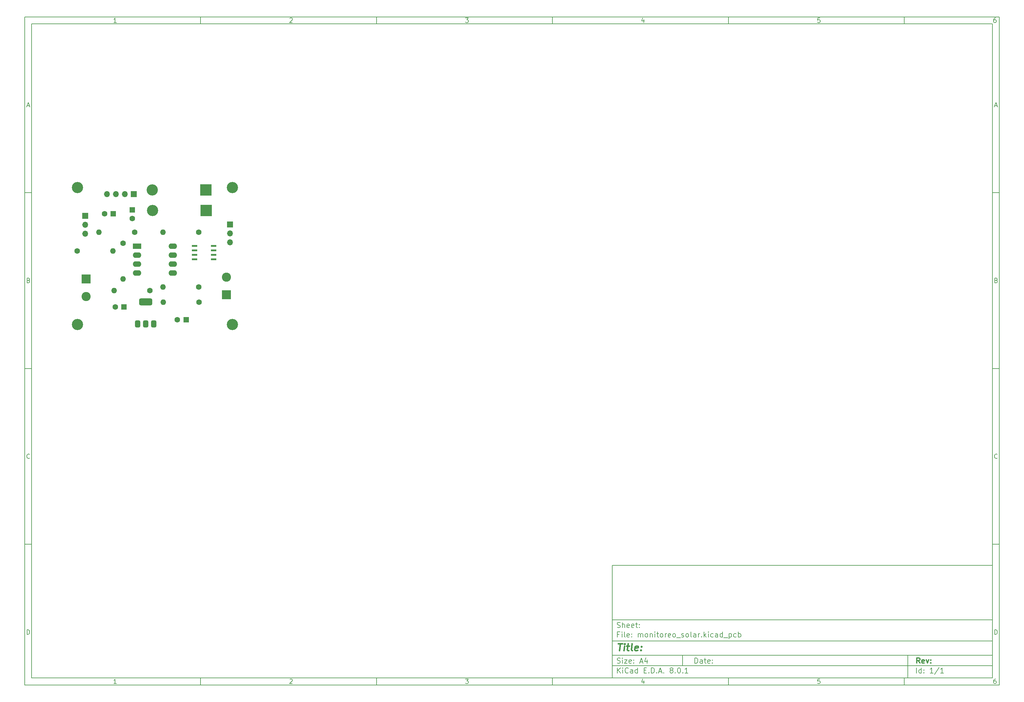
<source format=gbr>
%TF.GenerationSoftware,KiCad,Pcbnew,8.0.1*%
%TF.CreationDate,2024-08-29T21:22:59-03:00*%
%TF.ProjectId,monitoreo_solar,6d6f6e69-746f-4726-956f-5f736f6c6172,rev?*%
%TF.SameCoordinates,Original*%
%TF.FileFunction,Soldermask,Bot*%
%TF.FilePolarity,Negative*%
%FSLAX46Y46*%
G04 Gerber Fmt 4.6, Leading zero omitted, Abs format (unit mm)*
G04 Created by KiCad (PCBNEW 8.0.1) date 2024-08-29 21:22:59*
%MOMM*%
%LPD*%
G01*
G04 APERTURE LIST*
G04 Aperture macros list*
%AMRoundRect*
0 Rectangle with rounded corners*
0 $1 Rounding radius*
0 $2 $3 $4 $5 $6 $7 $8 $9 X,Y pos of 4 corners*
0 Add a 4 corners polygon primitive as box body*
4,1,4,$2,$3,$4,$5,$6,$7,$8,$9,$2,$3,0*
0 Add four circle primitives for the rounded corners*
1,1,$1+$1,$2,$3*
1,1,$1+$1,$4,$5*
1,1,$1+$1,$6,$7*
1,1,$1+$1,$8,$9*
0 Add four rect primitives between the rounded corners*
20,1,$1+$1,$2,$3,$4,$5,0*
20,1,$1+$1,$4,$5,$6,$7,0*
20,1,$1+$1,$6,$7,$8,$9,0*
20,1,$1+$1,$8,$9,$2,$3,0*%
G04 Aperture macros list end*
%ADD10C,0.100000*%
%ADD11C,0.150000*%
%ADD12C,0.300000*%
%ADD13C,0.400000*%
%ADD14R,3.200000X3.200000*%
%ADD15O,3.200000X3.200000*%
%ADD16R,1.600000X1.600000*%
%ADD17C,1.600000*%
%ADD18R,1.700000X1.700000*%
%ADD19O,1.700000X1.700000*%
%ADD20O,1.600000X1.600000*%
%ADD21R,2.600000X2.600000*%
%ADD22C,2.600000*%
%ADD23C,3.200000*%
%ADD24R,2.400000X1.600000*%
%ADD25O,2.400000X1.600000*%
%ADD26R,1.498600X0.558800*%
%ADD27RoundRect,0.375000X0.375000X-0.625000X0.375000X0.625000X-0.375000X0.625000X-0.375000X-0.625000X0*%
%ADD28RoundRect,0.500000X1.400000X-0.500000X1.400000X0.500000X-1.400000X0.500000X-1.400000X-0.500000X0*%
G04 APERTURE END LIST*
D10*
D11*
X177002200Y-166007200D02*
X285002200Y-166007200D01*
X285002200Y-198007200D01*
X177002200Y-198007200D01*
X177002200Y-166007200D01*
D10*
D11*
X10000000Y-10000000D02*
X287002200Y-10000000D01*
X287002200Y-200007200D01*
X10000000Y-200007200D01*
X10000000Y-10000000D01*
D10*
D11*
X12000000Y-12000000D02*
X285002200Y-12000000D01*
X285002200Y-198007200D01*
X12000000Y-198007200D01*
X12000000Y-12000000D01*
D10*
D11*
X60000000Y-12000000D02*
X60000000Y-10000000D01*
D10*
D11*
X110000000Y-12000000D02*
X110000000Y-10000000D01*
D10*
D11*
X160000000Y-12000000D02*
X160000000Y-10000000D01*
D10*
D11*
X210000000Y-12000000D02*
X210000000Y-10000000D01*
D10*
D11*
X260000000Y-12000000D02*
X260000000Y-10000000D01*
D10*
D11*
X36089160Y-11593604D02*
X35346303Y-11593604D01*
X35717731Y-11593604D02*
X35717731Y-10293604D01*
X35717731Y-10293604D02*
X35593922Y-10479319D01*
X35593922Y-10479319D02*
X35470112Y-10603128D01*
X35470112Y-10603128D02*
X35346303Y-10665033D01*
D10*
D11*
X85346303Y-10417414D02*
X85408207Y-10355509D01*
X85408207Y-10355509D02*
X85532017Y-10293604D01*
X85532017Y-10293604D02*
X85841541Y-10293604D01*
X85841541Y-10293604D02*
X85965350Y-10355509D01*
X85965350Y-10355509D02*
X86027255Y-10417414D01*
X86027255Y-10417414D02*
X86089160Y-10541223D01*
X86089160Y-10541223D02*
X86089160Y-10665033D01*
X86089160Y-10665033D02*
X86027255Y-10850747D01*
X86027255Y-10850747D02*
X85284398Y-11593604D01*
X85284398Y-11593604D02*
X86089160Y-11593604D01*
D10*
D11*
X135284398Y-10293604D02*
X136089160Y-10293604D01*
X136089160Y-10293604D02*
X135655826Y-10788842D01*
X135655826Y-10788842D02*
X135841541Y-10788842D01*
X135841541Y-10788842D02*
X135965350Y-10850747D01*
X135965350Y-10850747D02*
X136027255Y-10912652D01*
X136027255Y-10912652D02*
X136089160Y-11036461D01*
X136089160Y-11036461D02*
X136089160Y-11345985D01*
X136089160Y-11345985D02*
X136027255Y-11469795D01*
X136027255Y-11469795D02*
X135965350Y-11531700D01*
X135965350Y-11531700D02*
X135841541Y-11593604D01*
X135841541Y-11593604D02*
X135470112Y-11593604D01*
X135470112Y-11593604D02*
X135346303Y-11531700D01*
X135346303Y-11531700D02*
X135284398Y-11469795D01*
D10*
D11*
X185965350Y-10726938D02*
X185965350Y-11593604D01*
X185655826Y-10231700D02*
X185346303Y-11160271D01*
X185346303Y-11160271D02*
X186151064Y-11160271D01*
D10*
D11*
X236027255Y-10293604D02*
X235408207Y-10293604D01*
X235408207Y-10293604D02*
X235346303Y-10912652D01*
X235346303Y-10912652D02*
X235408207Y-10850747D01*
X235408207Y-10850747D02*
X235532017Y-10788842D01*
X235532017Y-10788842D02*
X235841541Y-10788842D01*
X235841541Y-10788842D02*
X235965350Y-10850747D01*
X235965350Y-10850747D02*
X236027255Y-10912652D01*
X236027255Y-10912652D02*
X236089160Y-11036461D01*
X236089160Y-11036461D02*
X236089160Y-11345985D01*
X236089160Y-11345985D02*
X236027255Y-11469795D01*
X236027255Y-11469795D02*
X235965350Y-11531700D01*
X235965350Y-11531700D02*
X235841541Y-11593604D01*
X235841541Y-11593604D02*
X235532017Y-11593604D01*
X235532017Y-11593604D02*
X235408207Y-11531700D01*
X235408207Y-11531700D02*
X235346303Y-11469795D01*
D10*
D11*
X285965350Y-10293604D02*
X285717731Y-10293604D01*
X285717731Y-10293604D02*
X285593922Y-10355509D01*
X285593922Y-10355509D02*
X285532017Y-10417414D01*
X285532017Y-10417414D02*
X285408207Y-10603128D01*
X285408207Y-10603128D02*
X285346303Y-10850747D01*
X285346303Y-10850747D02*
X285346303Y-11345985D01*
X285346303Y-11345985D02*
X285408207Y-11469795D01*
X285408207Y-11469795D02*
X285470112Y-11531700D01*
X285470112Y-11531700D02*
X285593922Y-11593604D01*
X285593922Y-11593604D02*
X285841541Y-11593604D01*
X285841541Y-11593604D02*
X285965350Y-11531700D01*
X285965350Y-11531700D02*
X286027255Y-11469795D01*
X286027255Y-11469795D02*
X286089160Y-11345985D01*
X286089160Y-11345985D02*
X286089160Y-11036461D01*
X286089160Y-11036461D02*
X286027255Y-10912652D01*
X286027255Y-10912652D02*
X285965350Y-10850747D01*
X285965350Y-10850747D02*
X285841541Y-10788842D01*
X285841541Y-10788842D02*
X285593922Y-10788842D01*
X285593922Y-10788842D02*
X285470112Y-10850747D01*
X285470112Y-10850747D02*
X285408207Y-10912652D01*
X285408207Y-10912652D02*
X285346303Y-11036461D01*
D10*
D11*
X60000000Y-198007200D02*
X60000000Y-200007200D01*
D10*
D11*
X110000000Y-198007200D02*
X110000000Y-200007200D01*
D10*
D11*
X160000000Y-198007200D02*
X160000000Y-200007200D01*
D10*
D11*
X210000000Y-198007200D02*
X210000000Y-200007200D01*
D10*
D11*
X260000000Y-198007200D02*
X260000000Y-200007200D01*
D10*
D11*
X36089160Y-199600804D02*
X35346303Y-199600804D01*
X35717731Y-199600804D02*
X35717731Y-198300804D01*
X35717731Y-198300804D02*
X35593922Y-198486519D01*
X35593922Y-198486519D02*
X35470112Y-198610328D01*
X35470112Y-198610328D02*
X35346303Y-198672233D01*
D10*
D11*
X85346303Y-198424614D02*
X85408207Y-198362709D01*
X85408207Y-198362709D02*
X85532017Y-198300804D01*
X85532017Y-198300804D02*
X85841541Y-198300804D01*
X85841541Y-198300804D02*
X85965350Y-198362709D01*
X85965350Y-198362709D02*
X86027255Y-198424614D01*
X86027255Y-198424614D02*
X86089160Y-198548423D01*
X86089160Y-198548423D02*
X86089160Y-198672233D01*
X86089160Y-198672233D02*
X86027255Y-198857947D01*
X86027255Y-198857947D02*
X85284398Y-199600804D01*
X85284398Y-199600804D02*
X86089160Y-199600804D01*
D10*
D11*
X135284398Y-198300804D02*
X136089160Y-198300804D01*
X136089160Y-198300804D02*
X135655826Y-198796042D01*
X135655826Y-198796042D02*
X135841541Y-198796042D01*
X135841541Y-198796042D02*
X135965350Y-198857947D01*
X135965350Y-198857947D02*
X136027255Y-198919852D01*
X136027255Y-198919852D02*
X136089160Y-199043661D01*
X136089160Y-199043661D02*
X136089160Y-199353185D01*
X136089160Y-199353185D02*
X136027255Y-199476995D01*
X136027255Y-199476995D02*
X135965350Y-199538900D01*
X135965350Y-199538900D02*
X135841541Y-199600804D01*
X135841541Y-199600804D02*
X135470112Y-199600804D01*
X135470112Y-199600804D02*
X135346303Y-199538900D01*
X135346303Y-199538900D02*
X135284398Y-199476995D01*
D10*
D11*
X185965350Y-198734138D02*
X185965350Y-199600804D01*
X185655826Y-198238900D02*
X185346303Y-199167471D01*
X185346303Y-199167471D02*
X186151064Y-199167471D01*
D10*
D11*
X236027255Y-198300804D02*
X235408207Y-198300804D01*
X235408207Y-198300804D02*
X235346303Y-198919852D01*
X235346303Y-198919852D02*
X235408207Y-198857947D01*
X235408207Y-198857947D02*
X235532017Y-198796042D01*
X235532017Y-198796042D02*
X235841541Y-198796042D01*
X235841541Y-198796042D02*
X235965350Y-198857947D01*
X235965350Y-198857947D02*
X236027255Y-198919852D01*
X236027255Y-198919852D02*
X236089160Y-199043661D01*
X236089160Y-199043661D02*
X236089160Y-199353185D01*
X236089160Y-199353185D02*
X236027255Y-199476995D01*
X236027255Y-199476995D02*
X235965350Y-199538900D01*
X235965350Y-199538900D02*
X235841541Y-199600804D01*
X235841541Y-199600804D02*
X235532017Y-199600804D01*
X235532017Y-199600804D02*
X235408207Y-199538900D01*
X235408207Y-199538900D02*
X235346303Y-199476995D01*
D10*
D11*
X285965350Y-198300804D02*
X285717731Y-198300804D01*
X285717731Y-198300804D02*
X285593922Y-198362709D01*
X285593922Y-198362709D02*
X285532017Y-198424614D01*
X285532017Y-198424614D02*
X285408207Y-198610328D01*
X285408207Y-198610328D02*
X285346303Y-198857947D01*
X285346303Y-198857947D02*
X285346303Y-199353185D01*
X285346303Y-199353185D02*
X285408207Y-199476995D01*
X285408207Y-199476995D02*
X285470112Y-199538900D01*
X285470112Y-199538900D02*
X285593922Y-199600804D01*
X285593922Y-199600804D02*
X285841541Y-199600804D01*
X285841541Y-199600804D02*
X285965350Y-199538900D01*
X285965350Y-199538900D02*
X286027255Y-199476995D01*
X286027255Y-199476995D02*
X286089160Y-199353185D01*
X286089160Y-199353185D02*
X286089160Y-199043661D01*
X286089160Y-199043661D02*
X286027255Y-198919852D01*
X286027255Y-198919852D02*
X285965350Y-198857947D01*
X285965350Y-198857947D02*
X285841541Y-198796042D01*
X285841541Y-198796042D02*
X285593922Y-198796042D01*
X285593922Y-198796042D02*
X285470112Y-198857947D01*
X285470112Y-198857947D02*
X285408207Y-198919852D01*
X285408207Y-198919852D02*
X285346303Y-199043661D01*
D10*
D11*
X10000000Y-60000000D02*
X12000000Y-60000000D01*
D10*
D11*
X10000000Y-110000000D02*
X12000000Y-110000000D01*
D10*
D11*
X10000000Y-160000000D02*
X12000000Y-160000000D01*
D10*
D11*
X10690476Y-35222176D02*
X11309523Y-35222176D01*
X10566666Y-35593604D02*
X10999999Y-34293604D01*
X10999999Y-34293604D02*
X11433333Y-35593604D01*
D10*
D11*
X11092857Y-84912652D02*
X11278571Y-84974557D01*
X11278571Y-84974557D02*
X11340476Y-85036461D01*
X11340476Y-85036461D02*
X11402380Y-85160271D01*
X11402380Y-85160271D02*
X11402380Y-85345985D01*
X11402380Y-85345985D02*
X11340476Y-85469795D01*
X11340476Y-85469795D02*
X11278571Y-85531700D01*
X11278571Y-85531700D02*
X11154761Y-85593604D01*
X11154761Y-85593604D02*
X10659523Y-85593604D01*
X10659523Y-85593604D02*
X10659523Y-84293604D01*
X10659523Y-84293604D02*
X11092857Y-84293604D01*
X11092857Y-84293604D02*
X11216666Y-84355509D01*
X11216666Y-84355509D02*
X11278571Y-84417414D01*
X11278571Y-84417414D02*
X11340476Y-84541223D01*
X11340476Y-84541223D02*
X11340476Y-84665033D01*
X11340476Y-84665033D02*
X11278571Y-84788842D01*
X11278571Y-84788842D02*
X11216666Y-84850747D01*
X11216666Y-84850747D02*
X11092857Y-84912652D01*
X11092857Y-84912652D02*
X10659523Y-84912652D01*
D10*
D11*
X11402380Y-135469795D02*
X11340476Y-135531700D01*
X11340476Y-135531700D02*
X11154761Y-135593604D01*
X11154761Y-135593604D02*
X11030952Y-135593604D01*
X11030952Y-135593604D02*
X10845238Y-135531700D01*
X10845238Y-135531700D02*
X10721428Y-135407890D01*
X10721428Y-135407890D02*
X10659523Y-135284080D01*
X10659523Y-135284080D02*
X10597619Y-135036461D01*
X10597619Y-135036461D02*
X10597619Y-134850747D01*
X10597619Y-134850747D02*
X10659523Y-134603128D01*
X10659523Y-134603128D02*
X10721428Y-134479319D01*
X10721428Y-134479319D02*
X10845238Y-134355509D01*
X10845238Y-134355509D02*
X11030952Y-134293604D01*
X11030952Y-134293604D02*
X11154761Y-134293604D01*
X11154761Y-134293604D02*
X11340476Y-134355509D01*
X11340476Y-134355509D02*
X11402380Y-134417414D01*
D10*
D11*
X10659523Y-185593604D02*
X10659523Y-184293604D01*
X10659523Y-184293604D02*
X10969047Y-184293604D01*
X10969047Y-184293604D02*
X11154761Y-184355509D01*
X11154761Y-184355509D02*
X11278571Y-184479319D01*
X11278571Y-184479319D02*
X11340476Y-184603128D01*
X11340476Y-184603128D02*
X11402380Y-184850747D01*
X11402380Y-184850747D02*
X11402380Y-185036461D01*
X11402380Y-185036461D02*
X11340476Y-185284080D01*
X11340476Y-185284080D02*
X11278571Y-185407890D01*
X11278571Y-185407890D02*
X11154761Y-185531700D01*
X11154761Y-185531700D02*
X10969047Y-185593604D01*
X10969047Y-185593604D02*
X10659523Y-185593604D01*
D10*
D11*
X287002200Y-60000000D02*
X285002200Y-60000000D01*
D10*
D11*
X287002200Y-110000000D02*
X285002200Y-110000000D01*
D10*
D11*
X287002200Y-160000000D02*
X285002200Y-160000000D01*
D10*
D11*
X285692676Y-35222176D02*
X286311723Y-35222176D01*
X285568866Y-35593604D02*
X286002199Y-34293604D01*
X286002199Y-34293604D02*
X286435533Y-35593604D01*
D10*
D11*
X286095057Y-84912652D02*
X286280771Y-84974557D01*
X286280771Y-84974557D02*
X286342676Y-85036461D01*
X286342676Y-85036461D02*
X286404580Y-85160271D01*
X286404580Y-85160271D02*
X286404580Y-85345985D01*
X286404580Y-85345985D02*
X286342676Y-85469795D01*
X286342676Y-85469795D02*
X286280771Y-85531700D01*
X286280771Y-85531700D02*
X286156961Y-85593604D01*
X286156961Y-85593604D02*
X285661723Y-85593604D01*
X285661723Y-85593604D02*
X285661723Y-84293604D01*
X285661723Y-84293604D02*
X286095057Y-84293604D01*
X286095057Y-84293604D02*
X286218866Y-84355509D01*
X286218866Y-84355509D02*
X286280771Y-84417414D01*
X286280771Y-84417414D02*
X286342676Y-84541223D01*
X286342676Y-84541223D02*
X286342676Y-84665033D01*
X286342676Y-84665033D02*
X286280771Y-84788842D01*
X286280771Y-84788842D02*
X286218866Y-84850747D01*
X286218866Y-84850747D02*
X286095057Y-84912652D01*
X286095057Y-84912652D02*
X285661723Y-84912652D01*
D10*
D11*
X286404580Y-135469795D02*
X286342676Y-135531700D01*
X286342676Y-135531700D02*
X286156961Y-135593604D01*
X286156961Y-135593604D02*
X286033152Y-135593604D01*
X286033152Y-135593604D02*
X285847438Y-135531700D01*
X285847438Y-135531700D02*
X285723628Y-135407890D01*
X285723628Y-135407890D02*
X285661723Y-135284080D01*
X285661723Y-135284080D02*
X285599819Y-135036461D01*
X285599819Y-135036461D02*
X285599819Y-134850747D01*
X285599819Y-134850747D02*
X285661723Y-134603128D01*
X285661723Y-134603128D02*
X285723628Y-134479319D01*
X285723628Y-134479319D02*
X285847438Y-134355509D01*
X285847438Y-134355509D02*
X286033152Y-134293604D01*
X286033152Y-134293604D02*
X286156961Y-134293604D01*
X286156961Y-134293604D02*
X286342676Y-134355509D01*
X286342676Y-134355509D02*
X286404580Y-134417414D01*
D10*
D11*
X285661723Y-185593604D02*
X285661723Y-184293604D01*
X285661723Y-184293604D02*
X285971247Y-184293604D01*
X285971247Y-184293604D02*
X286156961Y-184355509D01*
X286156961Y-184355509D02*
X286280771Y-184479319D01*
X286280771Y-184479319D02*
X286342676Y-184603128D01*
X286342676Y-184603128D02*
X286404580Y-184850747D01*
X286404580Y-184850747D02*
X286404580Y-185036461D01*
X286404580Y-185036461D02*
X286342676Y-185284080D01*
X286342676Y-185284080D02*
X286280771Y-185407890D01*
X286280771Y-185407890D02*
X286156961Y-185531700D01*
X286156961Y-185531700D02*
X285971247Y-185593604D01*
X285971247Y-185593604D02*
X285661723Y-185593604D01*
D10*
D11*
X200458026Y-193793328D02*
X200458026Y-192293328D01*
X200458026Y-192293328D02*
X200815169Y-192293328D01*
X200815169Y-192293328D02*
X201029455Y-192364757D01*
X201029455Y-192364757D02*
X201172312Y-192507614D01*
X201172312Y-192507614D02*
X201243741Y-192650471D01*
X201243741Y-192650471D02*
X201315169Y-192936185D01*
X201315169Y-192936185D02*
X201315169Y-193150471D01*
X201315169Y-193150471D02*
X201243741Y-193436185D01*
X201243741Y-193436185D02*
X201172312Y-193579042D01*
X201172312Y-193579042D02*
X201029455Y-193721900D01*
X201029455Y-193721900D02*
X200815169Y-193793328D01*
X200815169Y-193793328D02*
X200458026Y-193793328D01*
X202600884Y-193793328D02*
X202600884Y-193007614D01*
X202600884Y-193007614D02*
X202529455Y-192864757D01*
X202529455Y-192864757D02*
X202386598Y-192793328D01*
X202386598Y-192793328D02*
X202100884Y-192793328D01*
X202100884Y-192793328D02*
X201958026Y-192864757D01*
X202600884Y-193721900D02*
X202458026Y-193793328D01*
X202458026Y-193793328D02*
X202100884Y-193793328D01*
X202100884Y-193793328D02*
X201958026Y-193721900D01*
X201958026Y-193721900D02*
X201886598Y-193579042D01*
X201886598Y-193579042D02*
X201886598Y-193436185D01*
X201886598Y-193436185D02*
X201958026Y-193293328D01*
X201958026Y-193293328D02*
X202100884Y-193221900D01*
X202100884Y-193221900D02*
X202458026Y-193221900D01*
X202458026Y-193221900D02*
X202600884Y-193150471D01*
X203100884Y-192793328D02*
X203672312Y-192793328D01*
X203315169Y-192293328D02*
X203315169Y-193579042D01*
X203315169Y-193579042D02*
X203386598Y-193721900D01*
X203386598Y-193721900D02*
X203529455Y-193793328D01*
X203529455Y-193793328D02*
X203672312Y-193793328D01*
X204743741Y-193721900D02*
X204600884Y-193793328D01*
X204600884Y-193793328D02*
X204315170Y-193793328D01*
X204315170Y-193793328D02*
X204172312Y-193721900D01*
X204172312Y-193721900D02*
X204100884Y-193579042D01*
X204100884Y-193579042D02*
X204100884Y-193007614D01*
X204100884Y-193007614D02*
X204172312Y-192864757D01*
X204172312Y-192864757D02*
X204315170Y-192793328D01*
X204315170Y-192793328D02*
X204600884Y-192793328D01*
X204600884Y-192793328D02*
X204743741Y-192864757D01*
X204743741Y-192864757D02*
X204815170Y-193007614D01*
X204815170Y-193007614D02*
X204815170Y-193150471D01*
X204815170Y-193150471D02*
X204100884Y-193293328D01*
X205458026Y-193650471D02*
X205529455Y-193721900D01*
X205529455Y-193721900D02*
X205458026Y-193793328D01*
X205458026Y-193793328D02*
X205386598Y-193721900D01*
X205386598Y-193721900D02*
X205458026Y-193650471D01*
X205458026Y-193650471D02*
X205458026Y-193793328D01*
X205458026Y-192864757D02*
X205529455Y-192936185D01*
X205529455Y-192936185D02*
X205458026Y-193007614D01*
X205458026Y-193007614D02*
X205386598Y-192936185D01*
X205386598Y-192936185D02*
X205458026Y-192864757D01*
X205458026Y-192864757D02*
X205458026Y-193007614D01*
D10*
D11*
X177002200Y-194507200D02*
X285002200Y-194507200D01*
D10*
D11*
X178458026Y-196593328D02*
X178458026Y-195093328D01*
X179315169Y-196593328D02*
X178672312Y-195736185D01*
X179315169Y-195093328D02*
X178458026Y-195950471D01*
X179958026Y-196593328D02*
X179958026Y-195593328D01*
X179958026Y-195093328D02*
X179886598Y-195164757D01*
X179886598Y-195164757D02*
X179958026Y-195236185D01*
X179958026Y-195236185D02*
X180029455Y-195164757D01*
X180029455Y-195164757D02*
X179958026Y-195093328D01*
X179958026Y-195093328D02*
X179958026Y-195236185D01*
X181529455Y-196450471D02*
X181458027Y-196521900D01*
X181458027Y-196521900D02*
X181243741Y-196593328D01*
X181243741Y-196593328D02*
X181100884Y-196593328D01*
X181100884Y-196593328D02*
X180886598Y-196521900D01*
X180886598Y-196521900D02*
X180743741Y-196379042D01*
X180743741Y-196379042D02*
X180672312Y-196236185D01*
X180672312Y-196236185D02*
X180600884Y-195950471D01*
X180600884Y-195950471D02*
X180600884Y-195736185D01*
X180600884Y-195736185D02*
X180672312Y-195450471D01*
X180672312Y-195450471D02*
X180743741Y-195307614D01*
X180743741Y-195307614D02*
X180886598Y-195164757D01*
X180886598Y-195164757D02*
X181100884Y-195093328D01*
X181100884Y-195093328D02*
X181243741Y-195093328D01*
X181243741Y-195093328D02*
X181458027Y-195164757D01*
X181458027Y-195164757D02*
X181529455Y-195236185D01*
X182815170Y-196593328D02*
X182815170Y-195807614D01*
X182815170Y-195807614D02*
X182743741Y-195664757D01*
X182743741Y-195664757D02*
X182600884Y-195593328D01*
X182600884Y-195593328D02*
X182315170Y-195593328D01*
X182315170Y-195593328D02*
X182172312Y-195664757D01*
X182815170Y-196521900D02*
X182672312Y-196593328D01*
X182672312Y-196593328D02*
X182315170Y-196593328D01*
X182315170Y-196593328D02*
X182172312Y-196521900D01*
X182172312Y-196521900D02*
X182100884Y-196379042D01*
X182100884Y-196379042D02*
X182100884Y-196236185D01*
X182100884Y-196236185D02*
X182172312Y-196093328D01*
X182172312Y-196093328D02*
X182315170Y-196021900D01*
X182315170Y-196021900D02*
X182672312Y-196021900D01*
X182672312Y-196021900D02*
X182815170Y-195950471D01*
X184172313Y-196593328D02*
X184172313Y-195093328D01*
X184172313Y-196521900D02*
X184029455Y-196593328D01*
X184029455Y-196593328D02*
X183743741Y-196593328D01*
X183743741Y-196593328D02*
X183600884Y-196521900D01*
X183600884Y-196521900D02*
X183529455Y-196450471D01*
X183529455Y-196450471D02*
X183458027Y-196307614D01*
X183458027Y-196307614D02*
X183458027Y-195879042D01*
X183458027Y-195879042D02*
X183529455Y-195736185D01*
X183529455Y-195736185D02*
X183600884Y-195664757D01*
X183600884Y-195664757D02*
X183743741Y-195593328D01*
X183743741Y-195593328D02*
X184029455Y-195593328D01*
X184029455Y-195593328D02*
X184172313Y-195664757D01*
X186029455Y-195807614D02*
X186529455Y-195807614D01*
X186743741Y-196593328D02*
X186029455Y-196593328D01*
X186029455Y-196593328D02*
X186029455Y-195093328D01*
X186029455Y-195093328D02*
X186743741Y-195093328D01*
X187386598Y-196450471D02*
X187458027Y-196521900D01*
X187458027Y-196521900D02*
X187386598Y-196593328D01*
X187386598Y-196593328D02*
X187315170Y-196521900D01*
X187315170Y-196521900D02*
X187386598Y-196450471D01*
X187386598Y-196450471D02*
X187386598Y-196593328D01*
X188100884Y-196593328D02*
X188100884Y-195093328D01*
X188100884Y-195093328D02*
X188458027Y-195093328D01*
X188458027Y-195093328D02*
X188672313Y-195164757D01*
X188672313Y-195164757D02*
X188815170Y-195307614D01*
X188815170Y-195307614D02*
X188886599Y-195450471D01*
X188886599Y-195450471D02*
X188958027Y-195736185D01*
X188958027Y-195736185D02*
X188958027Y-195950471D01*
X188958027Y-195950471D02*
X188886599Y-196236185D01*
X188886599Y-196236185D02*
X188815170Y-196379042D01*
X188815170Y-196379042D02*
X188672313Y-196521900D01*
X188672313Y-196521900D02*
X188458027Y-196593328D01*
X188458027Y-196593328D02*
X188100884Y-196593328D01*
X189600884Y-196450471D02*
X189672313Y-196521900D01*
X189672313Y-196521900D02*
X189600884Y-196593328D01*
X189600884Y-196593328D02*
X189529456Y-196521900D01*
X189529456Y-196521900D02*
X189600884Y-196450471D01*
X189600884Y-196450471D02*
X189600884Y-196593328D01*
X190243742Y-196164757D02*
X190958028Y-196164757D01*
X190100885Y-196593328D02*
X190600885Y-195093328D01*
X190600885Y-195093328D02*
X191100885Y-196593328D01*
X191600884Y-196450471D02*
X191672313Y-196521900D01*
X191672313Y-196521900D02*
X191600884Y-196593328D01*
X191600884Y-196593328D02*
X191529456Y-196521900D01*
X191529456Y-196521900D02*
X191600884Y-196450471D01*
X191600884Y-196450471D02*
X191600884Y-196593328D01*
X193672313Y-195736185D02*
X193529456Y-195664757D01*
X193529456Y-195664757D02*
X193458027Y-195593328D01*
X193458027Y-195593328D02*
X193386599Y-195450471D01*
X193386599Y-195450471D02*
X193386599Y-195379042D01*
X193386599Y-195379042D02*
X193458027Y-195236185D01*
X193458027Y-195236185D02*
X193529456Y-195164757D01*
X193529456Y-195164757D02*
X193672313Y-195093328D01*
X193672313Y-195093328D02*
X193958027Y-195093328D01*
X193958027Y-195093328D02*
X194100885Y-195164757D01*
X194100885Y-195164757D02*
X194172313Y-195236185D01*
X194172313Y-195236185D02*
X194243742Y-195379042D01*
X194243742Y-195379042D02*
X194243742Y-195450471D01*
X194243742Y-195450471D02*
X194172313Y-195593328D01*
X194172313Y-195593328D02*
X194100885Y-195664757D01*
X194100885Y-195664757D02*
X193958027Y-195736185D01*
X193958027Y-195736185D02*
X193672313Y-195736185D01*
X193672313Y-195736185D02*
X193529456Y-195807614D01*
X193529456Y-195807614D02*
X193458027Y-195879042D01*
X193458027Y-195879042D02*
X193386599Y-196021900D01*
X193386599Y-196021900D02*
X193386599Y-196307614D01*
X193386599Y-196307614D02*
X193458027Y-196450471D01*
X193458027Y-196450471D02*
X193529456Y-196521900D01*
X193529456Y-196521900D02*
X193672313Y-196593328D01*
X193672313Y-196593328D02*
X193958027Y-196593328D01*
X193958027Y-196593328D02*
X194100885Y-196521900D01*
X194100885Y-196521900D02*
X194172313Y-196450471D01*
X194172313Y-196450471D02*
X194243742Y-196307614D01*
X194243742Y-196307614D02*
X194243742Y-196021900D01*
X194243742Y-196021900D02*
X194172313Y-195879042D01*
X194172313Y-195879042D02*
X194100885Y-195807614D01*
X194100885Y-195807614D02*
X193958027Y-195736185D01*
X194886598Y-196450471D02*
X194958027Y-196521900D01*
X194958027Y-196521900D02*
X194886598Y-196593328D01*
X194886598Y-196593328D02*
X194815170Y-196521900D01*
X194815170Y-196521900D02*
X194886598Y-196450471D01*
X194886598Y-196450471D02*
X194886598Y-196593328D01*
X195886599Y-195093328D02*
X196029456Y-195093328D01*
X196029456Y-195093328D02*
X196172313Y-195164757D01*
X196172313Y-195164757D02*
X196243742Y-195236185D01*
X196243742Y-195236185D02*
X196315170Y-195379042D01*
X196315170Y-195379042D02*
X196386599Y-195664757D01*
X196386599Y-195664757D02*
X196386599Y-196021900D01*
X196386599Y-196021900D02*
X196315170Y-196307614D01*
X196315170Y-196307614D02*
X196243742Y-196450471D01*
X196243742Y-196450471D02*
X196172313Y-196521900D01*
X196172313Y-196521900D02*
X196029456Y-196593328D01*
X196029456Y-196593328D02*
X195886599Y-196593328D01*
X195886599Y-196593328D02*
X195743742Y-196521900D01*
X195743742Y-196521900D02*
X195672313Y-196450471D01*
X195672313Y-196450471D02*
X195600884Y-196307614D01*
X195600884Y-196307614D02*
X195529456Y-196021900D01*
X195529456Y-196021900D02*
X195529456Y-195664757D01*
X195529456Y-195664757D02*
X195600884Y-195379042D01*
X195600884Y-195379042D02*
X195672313Y-195236185D01*
X195672313Y-195236185D02*
X195743742Y-195164757D01*
X195743742Y-195164757D02*
X195886599Y-195093328D01*
X197029455Y-196450471D02*
X197100884Y-196521900D01*
X197100884Y-196521900D02*
X197029455Y-196593328D01*
X197029455Y-196593328D02*
X196958027Y-196521900D01*
X196958027Y-196521900D02*
X197029455Y-196450471D01*
X197029455Y-196450471D02*
X197029455Y-196593328D01*
X198529456Y-196593328D02*
X197672313Y-196593328D01*
X198100884Y-196593328D02*
X198100884Y-195093328D01*
X198100884Y-195093328D02*
X197958027Y-195307614D01*
X197958027Y-195307614D02*
X197815170Y-195450471D01*
X197815170Y-195450471D02*
X197672313Y-195521900D01*
D10*
D11*
X177002200Y-191507200D02*
X285002200Y-191507200D01*
D10*
D12*
X264413853Y-193785528D02*
X263913853Y-193071242D01*
X263556710Y-193785528D02*
X263556710Y-192285528D01*
X263556710Y-192285528D02*
X264128139Y-192285528D01*
X264128139Y-192285528D02*
X264270996Y-192356957D01*
X264270996Y-192356957D02*
X264342425Y-192428385D01*
X264342425Y-192428385D02*
X264413853Y-192571242D01*
X264413853Y-192571242D02*
X264413853Y-192785528D01*
X264413853Y-192785528D02*
X264342425Y-192928385D01*
X264342425Y-192928385D02*
X264270996Y-192999814D01*
X264270996Y-192999814D02*
X264128139Y-193071242D01*
X264128139Y-193071242D02*
X263556710Y-193071242D01*
X265628139Y-193714100D02*
X265485282Y-193785528D01*
X265485282Y-193785528D02*
X265199568Y-193785528D01*
X265199568Y-193785528D02*
X265056710Y-193714100D01*
X265056710Y-193714100D02*
X264985282Y-193571242D01*
X264985282Y-193571242D02*
X264985282Y-192999814D01*
X264985282Y-192999814D02*
X265056710Y-192856957D01*
X265056710Y-192856957D02*
X265199568Y-192785528D01*
X265199568Y-192785528D02*
X265485282Y-192785528D01*
X265485282Y-192785528D02*
X265628139Y-192856957D01*
X265628139Y-192856957D02*
X265699568Y-192999814D01*
X265699568Y-192999814D02*
X265699568Y-193142671D01*
X265699568Y-193142671D02*
X264985282Y-193285528D01*
X266199567Y-192785528D02*
X266556710Y-193785528D01*
X266556710Y-193785528D02*
X266913853Y-192785528D01*
X267485281Y-193642671D02*
X267556710Y-193714100D01*
X267556710Y-193714100D02*
X267485281Y-193785528D01*
X267485281Y-193785528D02*
X267413853Y-193714100D01*
X267413853Y-193714100D02*
X267485281Y-193642671D01*
X267485281Y-193642671D02*
X267485281Y-193785528D01*
X267485281Y-192856957D02*
X267556710Y-192928385D01*
X267556710Y-192928385D02*
X267485281Y-192999814D01*
X267485281Y-192999814D02*
X267413853Y-192928385D01*
X267413853Y-192928385D02*
X267485281Y-192856957D01*
X267485281Y-192856957D02*
X267485281Y-192999814D01*
D10*
D11*
X178386598Y-193721900D02*
X178600884Y-193793328D01*
X178600884Y-193793328D02*
X178958026Y-193793328D01*
X178958026Y-193793328D02*
X179100884Y-193721900D01*
X179100884Y-193721900D02*
X179172312Y-193650471D01*
X179172312Y-193650471D02*
X179243741Y-193507614D01*
X179243741Y-193507614D02*
X179243741Y-193364757D01*
X179243741Y-193364757D02*
X179172312Y-193221900D01*
X179172312Y-193221900D02*
X179100884Y-193150471D01*
X179100884Y-193150471D02*
X178958026Y-193079042D01*
X178958026Y-193079042D02*
X178672312Y-193007614D01*
X178672312Y-193007614D02*
X178529455Y-192936185D01*
X178529455Y-192936185D02*
X178458026Y-192864757D01*
X178458026Y-192864757D02*
X178386598Y-192721900D01*
X178386598Y-192721900D02*
X178386598Y-192579042D01*
X178386598Y-192579042D02*
X178458026Y-192436185D01*
X178458026Y-192436185D02*
X178529455Y-192364757D01*
X178529455Y-192364757D02*
X178672312Y-192293328D01*
X178672312Y-192293328D02*
X179029455Y-192293328D01*
X179029455Y-192293328D02*
X179243741Y-192364757D01*
X179886597Y-193793328D02*
X179886597Y-192793328D01*
X179886597Y-192293328D02*
X179815169Y-192364757D01*
X179815169Y-192364757D02*
X179886597Y-192436185D01*
X179886597Y-192436185D02*
X179958026Y-192364757D01*
X179958026Y-192364757D02*
X179886597Y-192293328D01*
X179886597Y-192293328D02*
X179886597Y-192436185D01*
X180458026Y-192793328D02*
X181243741Y-192793328D01*
X181243741Y-192793328D02*
X180458026Y-193793328D01*
X180458026Y-193793328D02*
X181243741Y-193793328D01*
X182386598Y-193721900D02*
X182243741Y-193793328D01*
X182243741Y-193793328D02*
X181958027Y-193793328D01*
X181958027Y-193793328D02*
X181815169Y-193721900D01*
X181815169Y-193721900D02*
X181743741Y-193579042D01*
X181743741Y-193579042D02*
X181743741Y-193007614D01*
X181743741Y-193007614D02*
X181815169Y-192864757D01*
X181815169Y-192864757D02*
X181958027Y-192793328D01*
X181958027Y-192793328D02*
X182243741Y-192793328D01*
X182243741Y-192793328D02*
X182386598Y-192864757D01*
X182386598Y-192864757D02*
X182458027Y-193007614D01*
X182458027Y-193007614D02*
X182458027Y-193150471D01*
X182458027Y-193150471D02*
X181743741Y-193293328D01*
X183100883Y-193650471D02*
X183172312Y-193721900D01*
X183172312Y-193721900D02*
X183100883Y-193793328D01*
X183100883Y-193793328D02*
X183029455Y-193721900D01*
X183029455Y-193721900D02*
X183100883Y-193650471D01*
X183100883Y-193650471D02*
X183100883Y-193793328D01*
X183100883Y-192864757D02*
X183172312Y-192936185D01*
X183172312Y-192936185D02*
X183100883Y-193007614D01*
X183100883Y-193007614D02*
X183029455Y-192936185D01*
X183029455Y-192936185D02*
X183100883Y-192864757D01*
X183100883Y-192864757D02*
X183100883Y-193007614D01*
X184886598Y-193364757D02*
X185600884Y-193364757D01*
X184743741Y-193793328D02*
X185243741Y-192293328D01*
X185243741Y-192293328D02*
X185743741Y-193793328D01*
X186886598Y-192793328D02*
X186886598Y-193793328D01*
X186529455Y-192221900D02*
X186172312Y-193293328D01*
X186172312Y-193293328D02*
X187100883Y-193293328D01*
D10*
D11*
X263458026Y-196593328D02*
X263458026Y-195093328D01*
X264815170Y-196593328D02*
X264815170Y-195093328D01*
X264815170Y-196521900D02*
X264672312Y-196593328D01*
X264672312Y-196593328D02*
X264386598Y-196593328D01*
X264386598Y-196593328D02*
X264243741Y-196521900D01*
X264243741Y-196521900D02*
X264172312Y-196450471D01*
X264172312Y-196450471D02*
X264100884Y-196307614D01*
X264100884Y-196307614D02*
X264100884Y-195879042D01*
X264100884Y-195879042D02*
X264172312Y-195736185D01*
X264172312Y-195736185D02*
X264243741Y-195664757D01*
X264243741Y-195664757D02*
X264386598Y-195593328D01*
X264386598Y-195593328D02*
X264672312Y-195593328D01*
X264672312Y-195593328D02*
X264815170Y-195664757D01*
X265529455Y-196450471D02*
X265600884Y-196521900D01*
X265600884Y-196521900D02*
X265529455Y-196593328D01*
X265529455Y-196593328D02*
X265458027Y-196521900D01*
X265458027Y-196521900D02*
X265529455Y-196450471D01*
X265529455Y-196450471D02*
X265529455Y-196593328D01*
X265529455Y-195664757D02*
X265600884Y-195736185D01*
X265600884Y-195736185D02*
X265529455Y-195807614D01*
X265529455Y-195807614D02*
X265458027Y-195736185D01*
X265458027Y-195736185D02*
X265529455Y-195664757D01*
X265529455Y-195664757D02*
X265529455Y-195807614D01*
X268172313Y-196593328D02*
X267315170Y-196593328D01*
X267743741Y-196593328D02*
X267743741Y-195093328D01*
X267743741Y-195093328D02*
X267600884Y-195307614D01*
X267600884Y-195307614D02*
X267458027Y-195450471D01*
X267458027Y-195450471D02*
X267315170Y-195521900D01*
X269886598Y-195021900D02*
X268600884Y-196950471D01*
X271172313Y-196593328D02*
X270315170Y-196593328D01*
X270743741Y-196593328D02*
X270743741Y-195093328D01*
X270743741Y-195093328D02*
X270600884Y-195307614D01*
X270600884Y-195307614D02*
X270458027Y-195450471D01*
X270458027Y-195450471D02*
X270315170Y-195521900D01*
D10*
D11*
X177002200Y-187507200D02*
X285002200Y-187507200D01*
D10*
D13*
X178693928Y-188211638D02*
X179836785Y-188211638D01*
X179015357Y-190211638D02*
X179265357Y-188211638D01*
X180253452Y-190211638D02*
X180420119Y-188878304D01*
X180503452Y-188211638D02*
X180396309Y-188306876D01*
X180396309Y-188306876D02*
X180479643Y-188402114D01*
X180479643Y-188402114D02*
X180586786Y-188306876D01*
X180586786Y-188306876D02*
X180503452Y-188211638D01*
X180503452Y-188211638D02*
X180479643Y-188402114D01*
X181086786Y-188878304D02*
X181848690Y-188878304D01*
X181455833Y-188211638D02*
X181241548Y-189925923D01*
X181241548Y-189925923D02*
X181312976Y-190116400D01*
X181312976Y-190116400D02*
X181491548Y-190211638D01*
X181491548Y-190211638D02*
X181682024Y-190211638D01*
X182634405Y-190211638D02*
X182455833Y-190116400D01*
X182455833Y-190116400D02*
X182384405Y-189925923D01*
X182384405Y-189925923D02*
X182598690Y-188211638D01*
X184170119Y-190116400D02*
X183967738Y-190211638D01*
X183967738Y-190211638D02*
X183586785Y-190211638D01*
X183586785Y-190211638D02*
X183408214Y-190116400D01*
X183408214Y-190116400D02*
X183336785Y-189925923D01*
X183336785Y-189925923D02*
X183432024Y-189164019D01*
X183432024Y-189164019D02*
X183551071Y-188973542D01*
X183551071Y-188973542D02*
X183753452Y-188878304D01*
X183753452Y-188878304D02*
X184134404Y-188878304D01*
X184134404Y-188878304D02*
X184312976Y-188973542D01*
X184312976Y-188973542D02*
X184384404Y-189164019D01*
X184384404Y-189164019D02*
X184360595Y-189354495D01*
X184360595Y-189354495D02*
X183384404Y-189544971D01*
X185134405Y-190021161D02*
X185217738Y-190116400D01*
X185217738Y-190116400D02*
X185110595Y-190211638D01*
X185110595Y-190211638D02*
X185027262Y-190116400D01*
X185027262Y-190116400D02*
X185134405Y-190021161D01*
X185134405Y-190021161D02*
X185110595Y-190211638D01*
X185265357Y-188973542D02*
X185348690Y-189068780D01*
X185348690Y-189068780D02*
X185241548Y-189164019D01*
X185241548Y-189164019D02*
X185158214Y-189068780D01*
X185158214Y-189068780D02*
X185265357Y-188973542D01*
X185265357Y-188973542D02*
X185241548Y-189164019D01*
D10*
D11*
X178958026Y-185607614D02*
X178458026Y-185607614D01*
X178458026Y-186393328D02*
X178458026Y-184893328D01*
X178458026Y-184893328D02*
X179172312Y-184893328D01*
X179743740Y-186393328D02*
X179743740Y-185393328D01*
X179743740Y-184893328D02*
X179672312Y-184964757D01*
X179672312Y-184964757D02*
X179743740Y-185036185D01*
X179743740Y-185036185D02*
X179815169Y-184964757D01*
X179815169Y-184964757D02*
X179743740Y-184893328D01*
X179743740Y-184893328D02*
X179743740Y-185036185D01*
X180672312Y-186393328D02*
X180529455Y-186321900D01*
X180529455Y-186321900D02*
X180458026Y-186179042D01*
X180458026Y-186179042D02*
X180458026Y-184893328D01*
X181815169Y-186321900D02*
X181672312Y-186393328D01*
X181672312Y-186393328D02*
X181386598Y-186393328D01*
X181386598Y-186393328D02*
X181243740Y-186321900D01*
X181243740Y-186321900D02*
X181172312Y-186179042D01*
X181172312Y-186179042D02*
X181172312Y-185607614D01*
X181172312Y-185607614D02*
X181243740Y-185464757D01*
X181243740Y-185464757D02*
X181386598Y-185393328D01*
X181386598Y-185393328D02*
X181672312Y-185393328D01*
X181672312Y-185393328D02*
X181815169Y-185464757D01*
X181815169Y-185464757D02*
X181886598Y-185607614D01*
X181886598Y-185607614D02*
X181886598Y-185750471D01*
X181886598Y-185750471D02*
X181172312Y-185893328D01*
X182529454Y-186250471D02*
X182600883Y-186321900D01*
X182600883Y-186321900D02*
X182529454Y-186393328D01*
X182529454Y-186393328D02*
X182458026Y-186321900D01*
X182458026Y-186321900D02*
X182529454Y-186250471D01*
X182529454Y-186250471D02*
X182529454Y-186393328D01*
X182529454Y-185464757D02*
X182600883Y-185536185D01*
X182600883Y-185536185D02*
X182529454Y-185607614D01*
X182529454Y-185607614D02*
X182458026Y-185536185D01*
X182458026Y-185536185D02*
X182529454Y-185464757D01*
X182529454Y-185464757D02*
X182529454Y-185607614D01*
X184386597Y-186393328D02*
X184386597Y-185393328D01*
X184386597Y-185536185D02*
X184458026Y-185464757D01*
X184458026Y-185464757D02*
X184600883Y-185393328D01*
X184600883Y-185393328D02*
X184815169Y-185393328D01*
X184815169Y-185393328D02*
X184958026Y-185464757D01*
X184958026Y-185464757D02*
X185029455Y-185607614D01*
X185029455Y-185607614D02*
X185029455Y-186393328D01*
X185029455Y-185607614D02*
X185100883Y-185464757D01*
X185100883Y-185464757D02*
X185243740Y-185393328D01*
X185243740Y-185393328D02*
X185458026Y-185393328D01*
X185458026Y-185393328D02*
X185600883Y-185464757D01*
X185600883Y-185464757D02*
X185672312Y-185607614D01*
X185672312Y-185607614D02*
X185672312Y-186393328D01*
X186600883Y-186393328D02*
X186458026Y-186321900D01*
X186458026Y-186321900D02*
X186386597Y-186250471D01*
X186386597Y-186250471D02*
X186315169Y-186107614D01*
X186315169Y-186107614D02*
X186315169Y-185679042D01*
X186315169Y-185679042D02*
X186386597Y-185536185D01*
X186386597Y-185536185D02*
X186458026Y-185464757D01*
X186458026Y-185464757D02*
X186600883Y-185393328D01*
X186600883Y-185393328D02*
X186815169Y-185393328D01*
X186815169Y-185393328D02*
X186958026Y-185464757D01*
X186958026Y-185464757D02*
X187029455Y-185536185D01*
X187029455Y-185536185D02*
X187100883Y-185679042D01*
X187100883Y-185679042D02*
X187100883Y-186107614D01*
X187100883Y-186107614D02*
X187029455Y-186250471D01*
X187029455Y-186250471D02*
X186958026Y-186321900D01*
X186958026Y-186321900D02*
X186815169Y-186393328D01*
X186815169Y-186393328D02*
X186600883Y-186393328D01*
X187743740Y-185393328D02*
X187743740Y-186393328D01*
X187743740Y-185536185D02*
X187815169Y-185464757D01*
X187815169Y-185464757D02*
X187958026Y-185393328D01*
X187958026Y-185393328D02*
X188172312Y-185393328D01*
X188172312Y-185393328D02*
X188315169Y-185464757D01*
X188315169Y-185464757D02*
X188386598Y-185607614D01*
X188386598Y-185607614D02*
X188386598Y-186393328D01*
X189100883Y-186393328D02*
X189100883Y-185393328D01*
X189100883Y-184893328D02*
X189029455Y-184964757D01*
X189029455Y-184964757D02*
X189100883Y-185036185D01*
X189100883Y-185036185D02*
X189172312Y-184964757D01*
X189172312Y-184964757D02*
X189100883Y-184893328D01*
X189100883Y-184893328D02*
X189100883Y-185036185D01*
X189600884Y-185393328D02*
X190172312Y-185393328D01*
X189815169Y-184893328D02*
X189815169Y-186179042D01*
X189815169Y-186179042D02*
X189886598Y-186321900D01*
X189886598Y-186321900D02*
X190029455Y-186393328D01*
X190029455Y-186393328D02*
X190172312Y-186393328D01*
X190886598Y-186393328D02*
X190743741Y-186321900D01*
X190743741Y-186321900D02*
X190672312Y-186250471D01*
X190672312Y-186250471D02*
X190600884Y-186107614D01*
X190600884Y-186107614D02*
X190600884Y-185679042D01*
X190600884Y-185679042D02*
X190672312Y-185536185D01*
X190672312Y-185536185D02*
X190743741Y-185464757D01*
X190743741Y-185464757D02*
X190886598Y-185393328D01*
X190886598Y-185393328D02*
X191100884Y-185393328D01*
X191100884Y-185393328D02*
X191243741Y-185464757D01*
X191243741Y-185464757D02*
X191315170Y-185536185D01*
X191315170Y-185536185D02*
X191386598Y-185679042D01*
X191386598Y-185679042D02*
X191386598Y-186107614D01*
X191386598Y-186107614D02*
X191315170Y-186250471D01*
X191315170Y-186250471D02*
X191243741Y-186321900D01*
X191243741Y-186321900D02*
X191100884Y-186393328D01*
X191100884Y-186393328D02*
X190886598Y-186393328D01*
X192029455Y-186393328D02*
X192029455Y-185393328D01*
X192029455Y-185679042D02*
X192100884Y-185536185D01*
X192100884Y-185536185D02*
X192172313Y-185464757D01*
X192172313Y-185464757D02*
X192315170Y-185393328D01*
X192315170Y-185393328D02*
X192458027Y-185393328D01*
X193529455Y-186321900D02*
X193386598Y-186393328D01*
X193386598Y-186393328D02*
X193100884Y-186393328D01*
X193100884Y-186393328D02*
X192958026Y-186321900D01*
X192958026Y-186321900D02*
X192886598Y-186179042D01*
X192886598Y-186179042D02*
X192886598Y-185607614D01*
X192886598Y-185607614D02*
X192958026Y-185464757D01*
X192958026Y-185464757D02*
X193100884Y-185393328D01*
X193100884Y-185393328D02*
X193386598Y-185393328D01*
X193386598Y-185393328D02*
X193529455Y-185464757D01*
X193529455Y-185464757D02*
X193600884Y-185607614D01*
X193600884Y-185607614D02*
X193600884Y-185750471D01*
X193600884Y-185750471D02*
X192886598Y-185893328D01*
X194458026Y-186393328D02*
X194315169Y-186321900D01*
X194315169Y-186321900D02*
X194243740Y-186250471D01*
X194243740Y-186250471D02*
X194172312Y-186107614D01*
X194172312Y-186107614D02*
X194172312Y-185679042D01*
X194172312Y-185679042D02*
X194243740Y-185536185D01*
X194243740Y-185536185D02*
X194315169Y-185464757D01*
X194315169Y-185464757D02*
X194458026Y-185393328D01*
X194458026Y-185393328D02*
X194672312Y-185393328D01*
X194672312Y-185393328D02*
X194815169Y-185464757D01*
X194815169Y-185464757D02*
X194886598Y-185536185D01*
X194886598Y-185536185D02*
X194958026Y-185679042D01*
X194958026Y-185679042D02*
X194958026Y-186107614D01*
X194958026Y-186107614D02*
X194886598Y-186250471D01*
X194886598Y-186250471D02*
X194815169Y-186321900D01*
X194815169Y-186321900D02*
X194672312Y-186393328D01*
X194672312Y-186393328D02*
X194458026Y-186393328D01*
X195243741Y-186536185D02*
X196386598Y-186536185D01*
X196672312Y-186321900D02*
X196815169Y-186393328D01*
X196815169Y-186393328D02*
X197100883Y-186393328D01*
X197100883Y-186393328D02*
X197243740Y-186321900D01*
X197243740Y-186321900D02*
X197315169Y-186179042D01*
X197315169Y-186179042D02*
X197315169Y-186107614D01*
X197315169Y-186107614D02*
X197243740Y-185964757D01*
X197243740Y-185964757D02*
X197100883Y-185893328D01*
X197100883Y-185893328D02*
X196886598Y-185893328D01*
X196886598Y-185893328D02*
X196743740Y-185821900D01*
X196743740Y-185821900D02*
X196672312Y-185679042D01*
X196672312Y-185679042D02*
X196672312Y-185607614D01*
X196672312Y-185607614D02*
X196743740Y-185464757D01*
X196743740Y-185464757D02*
X196886598Y-185393328D01*
X196886598Y-185393328D02*
X197100883Y-185393328D01*
X197100883Y-185393328D02*
X197243740Y-185464757D01*
X198172312Y-186393328D02*
X198029455Y-186321900D01*
X198029455Y-186321900D02*
X197958026Y-186250471D01*
X197958026Y-186250471D02*
X197886598Y-186107614D01*
X197886598Y-186107614D02*
X197886598Y-185679042D01*
X197886598Y-185679042D02*
X197958026Y-185536185D01*
X197958026Y-185536185D02*
X198029455Y-185464757D01*
X198029455Y-185464757D02*
X198172312Y-185393328D01*
X198172312Y-185393328D02*
X198386598Y-185393328D01*
X198386598Y-185393328D02*
X198529455Y-185464757D01*
X198529455Y-185464757D02*
X198600884Y-185536185D01*
X198600884Y-185536185D02*
X198672312Y-185679042D01*
X198672312Y-185679042D02*
X198672312Y-186107614D01*
X198672312Y-186107614D02*
X198600884Y-186250471D01*
X198600884Y-186250471D02*
X198529455Y-186321900D01*
X198529455Y-186321900D02*
X198386598Y-186393328D01*
X198386598Y-186393328D02*
X198172312Y-186393328D01*
X199529455Y-186393328D02*
X199386598Y-186321900D01*
X199386598Y-186321900D02*
X199315169Y-186179042D01*
X199315169Y-186179042D02*
X199315169Y-184893328D01*
X200743741Y-186393328D02*
X200743741Y-185607614D01*
X200743741Y-185607614D02*
X200672312Y-185464757D01*
X200672312Y-185464757D02*
X200529455Y-185393328D01*
X200529455Y-185393328D02*
X200243741Y-185393328D01*
X200243741Y-185393328D02*
X200100883Y-185464757D01*
X200743741Y-186321900D02*
X200600883Y-186393328D01*
X200600883Y-186393328D02*
X200243741Y-186393328D01*
X200243741Y-186393328D02*
X200100883Y-186321900D01*
X200100883Y-186321900D02*
X200029455Y-186179042D01*
X200029455Y-186179042D02*
X200029455Y-186036185D01*
X200029455Y-186036185D02*
X200100883Y-185893328D01*
X200100883Y-185893328D02*
X200243741Y-185821900D01*
X200243741Y-185821900D02*
X200600883Y-185821900D01*
X200600883Y-185821900D02*
X200743741Y-185750471D01*
X201458026Y-186393328D02*
X201458026Y-185393328D01*
X201458026Y-185679042D02*
X201529455Y-185536185D01*
X201529455Y-185536185D02*
X201600884Y-185464757D01*
X201600884Y-185464757D02*
X201743741Y-185393328D01*
X201743741Y-185393328D02*
X201886598Y-185393328D01*
X202386597Y-186250471D02*
X202458026Y-186321900D01*
X202458026Y-186321900D02*
X202386597Y-186393328D01*
X202386597Y-186393328D02*
X202315169Y-186321900D01*
X202315169Y-186321900D02*
X202386597Y-186250471D01*
X202386597Y-186250471D02*
X202386597Y-186393328D01*
X203100883Y-186393328D02*
X203100883Y-184893328D01*
X203243741Y-185821900D02*
X203672312Y-186393328D01*
X203672312Y-185393328D02*
X203100883Y-185964757D01*
X204315169Y-186393328D02*
X204315169Y-185393328D01*
X204315169Y-184893328D02*
X204243741Y-184964757D01*
X204243741Y-184964757D02*
X204315169Y-185036185D01*
X204315169Y-185036185D02*
X204386598Y-184964757D01*
X204386598Y-184964757D02*
X204315169Y-184893328D01*
X204315169Y-184893328D02*
X204315169Y-185036185D01*
X205672313Y-186321900D02*
X205529455Y-186393328D01*
X205529455Y-186393328D02*
X205243741Y-186393328D01*
X205243741Y-186393328D02*
X205100884Y-186321900D01*
X205100884Y-186321900D02*
X205029455Y-186250471D01*
X205029455Y-186250471D02*
X204958027Y-186107614D01*
X204958027Y-186107614D02*
X204958027Y-185679042D01*
X204958027Y-185679042D02*
X205029455Y-185536185D01*
X205029455Y-185536185D02*
X205100884Y-185464757D01*
X205100884Y-185464757D02*
X205243741Y-185393328D01*
X205243741Y-185393328D02*
X205529455Y-185393328D01*
X205529455Y-185393328D02*
X205672313Y-185464757D01*
X206958027Y-186393328D02*
X206958027Y-185607614D01*
X206958027Y-185607614D02*
X206886598Y-185464757D01*
X206886598Y-185464757D02*
X206743741Y-185393328D01*
X206743741Y-185393328D02*
X206458027Y-185393328D01*
X206458027Y-185393328D02*
X206315169Y-185464757D01*
X206958027Y-186321900D02*
X206815169Y-186393328D01*
X206815169Y-186393328D02*
X206458027Y-186393328D01*
X206458027Y-186393328D02*
X206315169Y-186321900D01*
X206315169Y-186321900D02*
X206243741Y-186179042D01*
X206243741Y-186179042D02*
X206243741Y-186036185D01*
X206243741Y-186036185D02*
X206315169Y-185893328D01*
X206315169Y-185893328D02*
X206458027Y-185821900D01*
X206458027Y-185821900D02*
X206815169Y-185821900D01*
X206815169Y-185821900D02*
X206958027Y-185750471D01*
X208315170Y-186393328D02*
X208315170Y-184893328D01*
X208315170Y-186321900D02*
X208172312Y-186393328D01*
X208172312Y-186393328D02*
X207886598Y-186393328D01*
X207886598Y-186393328D02*
X207743741Y-186321900D01*
X207743741Y-186321900D02*
X207672312Y-186250471D01*
X207672312Y-186250471D02*
X207600884Y-186107614D01*
X207600884Y-186107614D02*
X207600884Y-185679042D01*
X207600884Y-185679042D02*
X207672312Y-185536185D01*
X207672312Y-185536185D02*
X207743741Y-185464757D01*
X207743741Y-185464757D02*
X207886598Y-185393328D01*
X207886598Y-185393328D02*
X208172312Y-185393328D01*
X208172312Y-185393328D02*
X208315170Y-185464757D01*
X208672313Y-186536185D02*
X209815170Y-186536185D01*
X210172312Y-185393328D02*
X210172312Y-186893328D01*
X210172312Y-185464757D02*
X210315170Y-185393328D01*
X210315170Y-185393328D02*
X210600884Y-185393328D01*
X210600884Y-185393328D02*
X210743741Y-185464757D01*
X210743741Y-185464757D02*
X210815170Y-185536185D01*
X210815170Y-185536185D02*
X210886598Y-185679042D01*
X210886598Y-185679042D02*
X210886598Y-186107614D01*
X210886598Y-186107614D02*
X210815170Y-186250471D01*
X210815170Y-186250471D02*
X210743741Y-186321900D01*
X210743741Y-186321900D02*
X210600884Y-186393328D01*
X210600884Y-186393328D02*
X210315170Y-186393328D01*
X210315170Y-186393328D02*
X210172312Y-186321900D01*
X212172313Y-186321900D02*
X212029455Y-186393328D01*
X212029455Y-186393328D02*
X211743741Y-186393328D01*
X211743741Y-186393328D02*
X211600884Y-186321900D01*
X211600884Y-186321900D02*
X211529455Y-186250471D01*
X211529455Y-186250471D02*
X211458027Y-186107614D01*
X211458027Y-186107614D02*
X211458027Y-185679042D01*
X211458027Y-185679042D02*
X211529455Y-185536185D01*
X211529455Y-185536185D02*
X211600884Y-185464757D01*
X211600884Y-185464757D02*
X211743741Y-185393328D01*
X211743741Y-185393328D02*
X212029455Y-185393328D01*
X212029455Y-185393328D02*
X212172313Y-185464757D01*
X212815169Y-186393328D02*
X212815169Y-184893328D01*
X212815169Y-185464757D02*
X212958027Y-185393328D01*
X212958027Y-185393328D02*
X213243741Y-185393328D01*
X213243741Y-185393328D02*
X213386598Y-185464757D01*
X213386598Y-185464757D02*
X213458027Y-185536185D01*
X213458027Y-185536185D02*
X213529455Y-185679042D01*
X213529455Y-185679042D02*
X213529455Y-186107614D01*
X213529455Y-186107614D02*
X213458027Y-186250471D01*
X213458027Y-186250471D02*
X213386598Y-186321900D01*
X213386598Y-186321900D02*
X213243741Y-186393328D01*
X213243741Y-186393328D02*
X212958027Y-186393328D01*
X212958027Y-186393328D02*
X212815169Y-186321900D01*
D10*
D11*
X177002200Y-181507200D02*
X285002200Y-181507200D01*
D10*
D11*
X178386598Y-183621900D02*
X178600884Y-183693328D01*
X178600884Y-183693328D02*
X178958026Y-183693328D01*
X178958026Y-183693328D02*
X179100884Y-183621900D01*
X179100884Y-183621900D02*
X179172312Y-183550471D01*
X179172312Y-183550471D02*
X179243741Y-183407614D01*
X179243741Y-183407614D02*
X179243741Y-183264757D01*
X179243741Y-183264757D02*
X179172312Y-183121900D01*
X179172312Y-183121900D02*
X179100884Y-183050471D01*
X179100884Y-183050471D02*
X178958026Y-182979042D01*
X178958026Y-182979042D02*
X178672312Y-182907614D01*
X178672312Y-182907614D02*
X178529455Y-182836185D01*
X178529455Y-182836185D02*
X178458026Y-182764757D01*
X178458026Y-182764757D02*
X178386598Y-182621900D01*
X178386598Y-182621900D02*
X178386598Y-182479042D01*
X178386598Y-182479042D02*
X178458026Y-182336185D01*
X178458026Y-182336185D02*
X178529455Y-182264757D01*
X178529455Y-182264757D02*
X178672312Y-182193328D01*
X178672312Y-182193328D02*
X179029455Y-182193328D01*
X179029455Y-182193328D02*
X179243741Y-182264757D01*
X179886597Y-183693328D02*
X179886597Y-182193328D01*
X180529455Y-183693328D02*
X180529455Y-182907614D01*
X180529455Y-182907614D02*
X180458026Y-182764757D01*
X180458026Y-182764757D02*
X180315169Y-182693328D01*
X180315169Y-182693328D02*
X180100883Y-182693328D01*
X180100883Y-182693328D02*
X179958026Y-182764757D01*
X179958026Y-182764757D02*
X179886597Y-182836185D01*
X181815169Y-183621900D02*
X181672312Y-183693328D01*
X181672312Y-183693328D02*
X181386598Y-183693328D01*
X181386598Y-183693328D02*
X181243740Y-183621900D01*
X181243740Y-183621900D02*
X181172312Y-183479042D01*
X181172312Y-183479042D02*
X181172312Y-182907614D01*
X181172312Y-182907614D02*
X181243740Y-182764757D01*
X181243740Y-182764757D02*
X181386598Y-182693328D01*
X181386598Y-182693328D02*
X181672312Y-182693328D01*
X181672312Y-182693328D02*
X181815169Y-182764757D01*
X181815169Y-182764757D02*
X181886598Y-182907614D01*
X181886598Y-182907614D02*
X181886598Y-183050471D01*
X181886598Y-183050471D02*
X181172312Y-183193328D01*
X183100883Y-183621900D02*
X182958026Y-183693328D01*
X182958026Y-183693328D02*
X182672312Y-183693328D01*
X182672312Y-183693328D02*
X182529454Y-183621900D01*
X182529454Y-183621900D02*
X182458026Y-183479042D01*
X182458026Y-183479042D02*
X182458026Y-182907614D01*
X182458026Y-182907614D02*
X182529454Y-182764757D01*
X182529454Y-182764757D02*
X182672312Y-182693328D01*
X182672312Y-182693328D02*
X182958026Y-182693328D01*
X182958026Y-182693328D02*
X183100883Y-182764757D01*
X183100883Y-182764757D02*
X183172312Y-182907614D01*
X183172312Y-182907614D02*
X183172312Y-183050471D01*
X183172312Y-183050471D02*
X182458026Y-183193328D01*
X183600883Y-182693328D02*
X184172311Y-182693328D01*
X183815168Y-182193328D02*
X183815168Y-183479042D01*
X183815168Y-183479042D02*
X183886597Y-183621900D01*
X183886597Y-183621900D02*
X184029454Y-183693328D01*
X184029454Y-183693328D02*
X184172311Y-183693328D01*
X184672311Y-183550471D02*
X184743740Y-183621900D01*
X184743740Y-183621900D02*
X184672311Y-183693328D01*
X184672311Y-183693328D02*
X184600883Y-183621900D01*
X184600883Y-183621900D02*
X184672311Y-183550471D01*
X184672311Y-183550471D02*
X184672311Y-183693328D01*
X184672311Y-182764757D02*
X184743740Y-182836185D01*
X184743740Y-182836185D02*
X184672311Y-182907614D01*
X184672311Y-182907614D02*
X184600883Y-182836185D01*
X184600883Y-182836185D02*
X184672311Y-182764757D01*
X184672311Y-182764757D02*
X184672311Y-182907614D01*
D10*
D12*
D10*
D11*
D10*
D11*
D10*
D11*
D10*
D11*
D10*
D11*
X197002200Y-191507200D02*
X197002200Y-194507200D01*
D10*
D11*
X261002200Y-191507200D02*
X261002200Y-198007200D01*
D14*
%TO.C,D2*%
X61520000Y-59175000D03*
D15*
X46280000Y-59175000D03*
%TD*%
D16*
%TO.C,C1*%
X40575000Y-64869887D03*
D17*
X40575000Y-67369887D03*
%TD*%
D18*
%TO.C,J4*%
X41000000Y-60400000D03*
D19*
X38460000Y-60400000D03*
X35920000Y-60400000D03*
X33380000Y-60400000D03*
%TD*%
D17*
%TO.C,R4*%
X41280000Y-71200000D03*
D20*
X31120000Y-71200000D03*
%TD*%
D21*
%TO.C,J3*%
X67305000Y-89000000D03*
D22*
X67305000Y-84000000D03*
%TD*%
D16*
%TO.C,C5*%
X38225000Y-92500000D03*
D17*
X35725000Y-92500000D03*
%TD*%
D18*
%TO.C,J5*%
X68400000Y-69060000D03*
D19*
X68400000Y-71600000D03*
X68400000Y-74140000D03*
%TD*%
D23*
%TO.C,H2*%
X69000000Y-97500000D03*
%TD*%
D17*
%TO.C,R11*%
X45560000Y-87800000D03*
D20*
X35400000Y-87800000D03*
%TD*%
D16*
%TO.C,C4*%
X55880113Y-96150000D03*
D17*
X53380113Y-96150000D03*
%TD*%
%TO.C,R2*%
X38000000Y-74400000D03*
D20*
X38000000Y-84560000D03*
%TD*%
D23*
%TO.C,H3*%
X25000000Y-97500000D03*
%TD*%
D18*
%TO.C,J2*%
X27200000Y-66535000D03*
D19*
X27200000Y-69075000D03*
X27200000Y-71615000D03*
%TD*%
D21*
%TO.C,J1*%
X27500000Y-84500000D03*
D22*
X27500000Y-89500000D03*
%TD*%
D16*
%TO.C,C2*%
X35200000Y-66000000D03*
D17*
X32700000Y-66000000D03*
%TD*%
D24*
%TO.C,U4*%
X41915000Y-75200000D03*
D25*
X41915000Y-77740000D03*
X41915000Y-80280000D03*
X41915000Y-82820000D03*
X52075000Y-82820000D03*
X52075000Y-80280000D03*
X52075000Y-77740000D03*
X52075000Y-75200000D03*
%TD*%
D17*
%TO.C,R9*%
X59480000Y-86800000D03*
D20*
X49320000Y-86800000D03*
%TD*%
D23*
%TO.C,H4*%
X25000000Y-58500000D03*
%TD*%
D14*
%TO.C,D1*%
X61545000Y-65075000D03*
D15*
X46305000Y-65075000D03*
%TD*%
D17*
%TO.C,R1*%
X24915000Y-76550000D03*
D20*
X35075000Y-76550000D03*
%TD*%
D17*
%TO.C,R3*%
X59480000Y-71200000D03*
D20*
X49320000Y-71200000D03*
%TD*%
D23*
%TO.C,H1*%
X69000000Y-58500000D03*
%TD*%
D17*
%TO.C,R10*%
X59585000Y-91150000D03*
D20*
X49425000Y-91150000D03*
%TD*%
D26*
%TO.C,U1*%
X63705100Y-75095000D03*
X63705100Y-76365000D03*
X63705100Y-77635000D03*
X63705100Y-78905000D03*
X58294900Y-78905000D03*
X58294900Y-77635000D03*
X58294900Y-76365000D03*
X58294900Y-75095000D03*
%TD*%
D27*
%TO.C,U2*%
X46670000Y-97330000D03*
X44370000Y-97330000D03*
D28*
X44370000Y-91030000D03*
D27*
X42070000Y-97330000D03*
%TD*%
M02*

</source>
